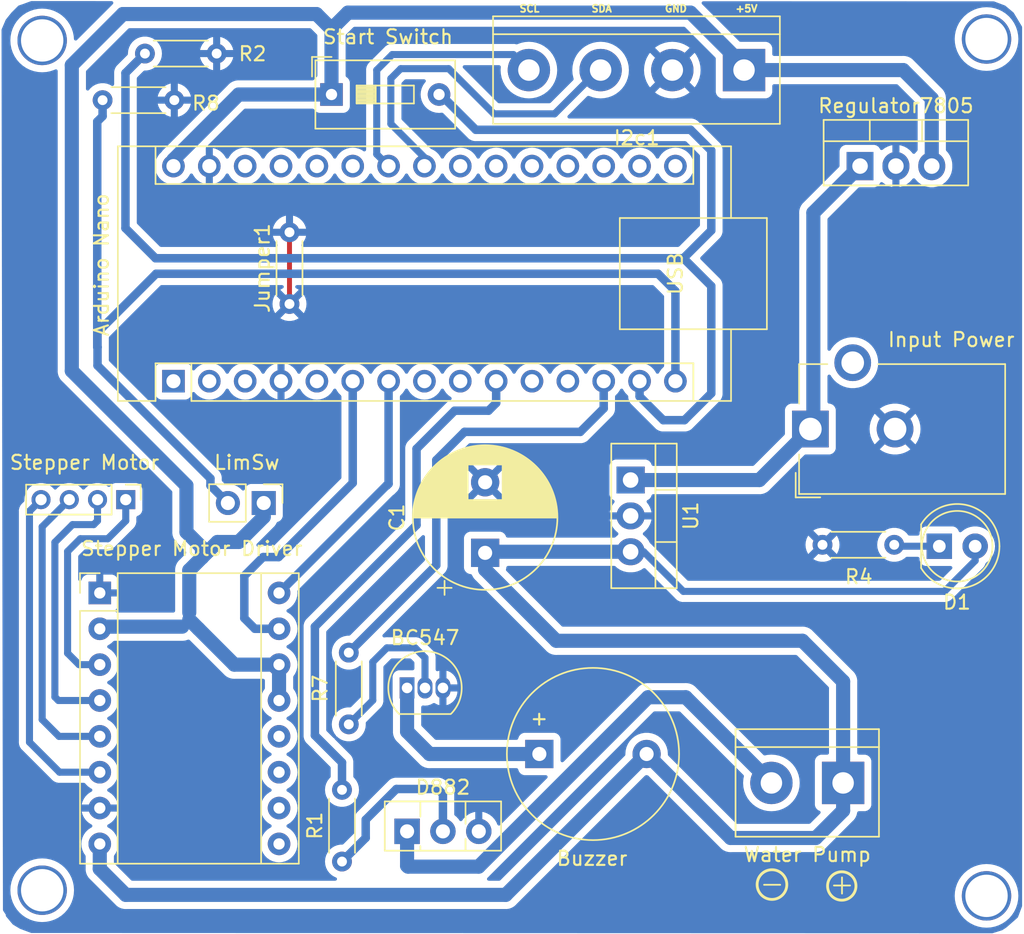
<source format=kicad_pcb>
(kicad_pcb (version 20240108) (generator "pcbnew") (generator_version "8.0")
  (layers (0 "F.Cu" signal) (31 "B.Cu" signal) (34 "B.Paste" user) (35 "F.Paste" user) (36 "B.SilkS" user "B.Silkscreen") (37 "F.SilkS" user "F.Silkscreen") (38 "B.Mask" user) (39 "F.Mask" user) (44 "Edge.Cuts" user))
  (net 0 "")
  (net 1 "Net-(BC547-C)")
  (net 2 "Net-(BC547-B)")
  (net 3 "GND")
  (net 4 "+12V")
  (net 5 "Net-(D1-K)")
  (net 6 "Net-(D882-C)")
  (net 7 "Net-(D882-B)")
  (net 8 "Vin")
  (net 10 "+5V")
  (net 11 "SDA")
  (net 12 "SCL")
  (net 13 "Net-(limitSW1-Pin_2)")
  (net 18 "D3")
  (net 19 "D4")
  (net 22 "D8")
  (net 25 "D10")
  (net 26 "Net-(nano1-MOSI)")
  (net 38 "Net-(stepper_motor1-Pin_1)")
  (net 39 "Net-(stepper_motor1-Pin_2)")
  (net 40 "Net-(stepper_motor1-Pin_3)")
  (net 41 "Net-(stepper_motor1-Pin_4)")
  (footprint "Buzzer_Beeper:Buzzer_12x9.5RM7.6" (layer "F.Cu") (at 146.72 122.45)
    (property "Reference" "Buzzer" (at 3.73 7.4 0) (layer "F.SilkS"))
    (property "Value" "Buzzer")
    (fp_text user "+" (at -0.01 -2.54 0) (layer "F.SilkS"))
    (pad "1" thru_hole rect (at 0 0) (size 2 2) (drill 1) (layers "*.Cu" "*.Mask") (net 1 "Net-(BC547-C)"))
    (pad "2" thru_hole circle (at 7.6 0) (size 2 2) (drill 1) (layers "*.Cu" "*.Mask") (net 4 "+12V"))
  )
  (footprint "Resistor_THT:R_Axial_DIN0204_L3.6mm_D1.6mm_P5.08mm_Horizontal" (layer "F.Cu") (at 166.78 107.63)
    (property "Reference" "R4" (at 2.57 2.27 0) (layer "F.SilkS"))
    (property "Value" "1k")
    (pad "1" thru_hole circle (at 0 0) (size 1.4 1.4) (drill 0.7) (layers "*.Cu" "*.Mask") (net 3 "GND"))
    (pad "2" thru_hole oval (at 5.08 0) (size 1.4 1.4) (drill 0.7) (layers "*.Cu" "*.Mask") (net 5 "Net-(D1-K)"))
  )
  (footprint "Connector_BarrelJack:BarrelJack_CUI_PJ-102AH_Horizontal" (layer "F.Cu") (at 165.92 99.43 90)
    (property "Reference" "Input Power" (at 6.33 9.98 0) (layer "F.SilkS"))
    (property "Value" "Barrel_Jack_Switch")
    (pad "1" thru_hole rect (at 0 0 90) (size 2.6 2.6) (drill 1.6) (layers "*.Cu" "*.Mask") (net 8 "Vin"))
    (pad "2" thru_hole circle (at 0 6 90) (size 2.6 2.6) (drill 1.6) (layers "*.Cu" "*.Mask") (net 3 "GND"))
    (pad "3" thru_hole circle (at 4.7 3 90) (size 2.6 2.6) (drill 1.6) (layers "*.Cu" "*.Mask"))
  )
  (footprint "Resistor_THT:R_Axial_DIN0204_L3.6mm_D1.6mm_P5.08mm_Horizontal" (layer "F.Cu") (at 115.78 76.13)
    (property "Reference" "R8" (at 7.32 0.22 0) (layer "F.SilkS"))
    (property "Value" "10k")
    (pad "1" thru_hole circle (at 0 0) (size 1.4 1.4) (drill 0.7) (layers "*.Cu" "*.Mask") (net 13 "Net-(limitSW1-Pin_2)"))
    (pad "2" thru_hole oval (at 5.08 0) (size 1.4 1.4) (drill 0.7) (layers "*.Cu" "*.Mask") (net 3 "GND"))
  )
  (footprint "Module:Pololu_Breakout-16_15.2x20.3mm" (layer "F.Cu") (at 115.58 111.04)
    (property "Reference" "Stepper Motor Driver" (at 6.52 -3.14 0) (layer "F.SilkS"))
    (property "Value" "Pololu_Breakout_A4988")
    (pad "1" thru_hole rect (at 0 0) (size 1.6 1.6) (drill 0.8) (layers "*.Cu" "*.Mask") (net 3 "GND"))
    (pad "2" thru_hole oval (at 0 2.54) (size 1.6 1.6) (drill 0.8) (layers "*.Cu" "*.Mask") (net 10 "+5V"))
    (pad "3" thru_hole oval (at 0 5.08) (size 1.6 1.6) (drill 0.8) (layers "*.Cu" "*.Mask") (net 38 "Net-(stepper_motor1-Pin_1)"))
    (pad "4" thru_hole oval (at 0 7.62) (size 1.6 1.6) (drill 0.8) (layers "*.Cu" "*.Mask") (net 39 "Net-(stepper_motor1-Pin_2)"))
    (pad "5" thru_hole oval (at 0 10.16) (size 1.6 1.6) (drill 0.8) (layers "*.Cu" "*.Mask") (net 40 "Net-(stepper_motor1-Pin_3)"))
    (pad "6" thru_hole oval (at 0 12.7) (size 1.6 1.6) (drill 0.8) (layers "*.Cu" "*.Mask") (net 41 "Net-(stepper_motor1-Pin_4)"))
    (pad "7" thru_hole oval (at 0 15.24) (size 1.6 1.6) (drill 0.8) (layers "*.Cu" "*.Mask") (net 3 "GND"))
    (pad "8" thru_hole oval (at 0 17.78) (size 1.6 1.6) (drill 0.8) (layers "*.Cu" "*.Mask") (net 4 "+12V"))
    (pad "9" thru_hole oval (at 12.7 17.78) (size 1.6 1.6) (drill 0.8) (layers "*.Cu" "*.Mask"))
    (pad "10" thru_hole oval (at 12.7 15.24) (size 1.6 1.6) (drill 0.8) (layers "*.Cu" "*.Mask"))
    (pad "11" thru_hole oval (at 12.7 12.7) (size 1.6 1.6) (drill 0.8) (layers "*.Cu" "*.Mask"))
    (pad "12" thru_hole oval (at 12.7 10.16) (size 1.6 1.6) (drill 0.8) (layers "*.Cu" "*.Mask"))
    (pad "13" thru_hole oval (at 12.7 7.62) (size 1.6 1.6) (drill 0.8) (layers "*.Cu" "*.Mask") (net 10 "+5V"))
    (pad "14" thru_hole oval (at 12.7 5.08) (size 1.6 1.6) (drill 0.8) (layers "*.Cu" "*.Mask") (net 10 "+5V"))
    (pad "15" thru_hole oval (at 12.7 2.54) (size 1.6 1.6) (drill 0.8) (layers "*.Cu" "*.Mask") (net 18 "D3"))
    (pad "16" thru_hole oval (at 12.7 0) (size 1.6 1.6) (drill 0.8) (layers "*.Cu" "*.Mask") (net 19 "D4"))
  )
  (footprint "Package_TO_SOT_THT:TO-220-3_Vertical" (layer "F.Cu") (at 153.185 103.0423 -90)
    (property "Reference" "U1" (at 2.54 -4.27 90) (layer "F.SilkS"))
    (property "Value" "LM7812_TO220")
    (pad "1" thru_hole rect (at 0 0 270) (size 1.905 2) (drill 1.1) (layers "*.Cu" "*.Mask") (net 8 "Vin"))
    (pad "2" thru_hole oval (at 2.54 0 270) (size 1.905 2) (drill 1.1) (layers "*.Cu" "*.Mask") (net 3 "GND"))
    (pad "3" thru_hole oval (at 5.08 0 270) (size 1.905 2) (drill 1.1) (layers "*.Cu" "*.Mask") (net 4 "+12V"))
  )
  (footprint "Capacitor_THT:CP_Radial_D10.0mm_P5.00mm" (layer "F.Cu") (at 142.88 108.2 90)
    (property "Reference" "C1" (at 2.5 -6.25 90) (layer "F.SilkS"))
    (property "Value" "100u")
    (pad "1" thru_hole rect (at 0 0 90) (size 2 2) (drill 1) (layers "*.Cu" "*.Mask") (net 4 "+12V"))
    (pad "2" thru_hole circle (at 5 0 90) (size 2 2) (drill 1) (layers "*.Cu" "*.Mask") (net 3 "GND"))
  )
  (footprint "Resistor_THT:R_Axial_DIN0204_L3.6mm_D1.6mm_P5.08mm_Horizontal" (layer "F.Cu") (at 133.22 115.27 -90)
    (property "Reference" "R7" (at 2.54 2.02 90) (layer "F.SilkS"))
    (property "Value" "1k")
    (pad "1" thru_hole circle (at 0 0 270) (size 1.4 1.4) (drill 0.7) (layers "*.Cu" "*.Mask") (net 25 "D10"))
    (pad "2" thru_hole oval (at 5.08 0 270) (size 1.4 1.4) (drill 0.7) (layers "*.Cu" "*.Mask") (net 2 "Net-(BC547-B)"))
  )
  (footprint "Button_Switch_THT:SW_DIP_SPSTx01_Slide_9.78x4.72mm_W7.62mm_P2.54mm" (layer "F.Cu") (at 131.995 75.73)
    (property "Reference" "Start Switch" (at 4.005 -4.08 0) (layer "F.SilkS"))
    (property "Value" "SW_DPST_x2")
    (pad "1" thru_hole rect (at 0 0) (size 1.6 1.6) (drill 0.8) (layers "*.Cu" "*.Mask") (net 10 "+5V"))
    (pad "2" thru_hole oval (at 7.62 0) (size 1.6 1.6) (drill 0.8) (layers "*.Cu" "*.Mask") (net 26 "Net-(nano1-MOSI)"))
  )
  (footprint "Package_TO_SOT_THT:TO-220-3_Vertical" (layer "F.Cu") (at 169.44 80.8)
    (property "Reference" "Regulator7805" (at 2.54 -4.27 0) (layer "F.SilkS"))
    (property "Value" "LM7805_TO220")
    (pad "1" thru_hole rect (at 0 0) (size 1.905 2) (drill 1.1) (layers "*.Cu" "*.Mask") (net 8 "Vin"))
    (pad "2" thru_hole oval (at 2.54 0) (size 1.905 2) (drill 1.1) (layers "*.Cu" "*.Mask") (net 3 "GND"))
    (pad "3" thru_hole oval (at 5.08 0) (size 1.905 2) (drill 1.1) (layers "*.Cu" "*.Mask") (net 10 "+5V"))
  )
  (footprint "Package_TO_SOT_THT:TO-92_Inline" (layer "F.Cu") (at 137.35 117.77)
    (property "Reference" "BC547" (at 1.27 -3.56 0) (layer "F.SilkS"))
    (property "Value" "BC547")
    (pad "1" thru_hole rect (at 0 0) (size 1.05 1.5) (drill 0.75) (layers "*.Cu" "*.Mask") (net 1 "Net-(BC547-C)"))
    (pad "2" thru_hole oval (at 1.27 0) (size 1.05 1.5) (drill 0.75) (layers "*.Cu" "*.Mask") (net 2 "Net-(BC547-B)"))
    (pad "3" thru_hole oval (at 2.54 0) (size 1.05 1.5) (drill 0.75) (layers "*.Cu" "*.Mask") (net 3 "GND"))
  )
  (footprint "Connector_PinHeader_2.00mm:PinHeader_1x04_P2.00mm_Vertical" (layer "F.Cu") (at 117.42 104.43 -90)
    (property "Reference" "Stepper Motor" (at -2.63 2.92 180) (layer "F.SilkS"))
    (property "Value" "Screw_Terminal_01x04")
    (pad "1" thru_hole rect (at 0 0 270) (size 1.35 1.35) (drill 0.8) (layers "*.Cu" "*.Mask") (net 38 "Net-(stepper_motor1-Pin_1)"))
    (pad "2" thru_hole oval (at 0 2 270) (size 1.35 1.35) (drill 0.8) (layers "*.Cu" "*.Mask") (net 39 "Net-(stepper_motor1-Pin_2)"))
    (pad "3" thru_hole oval (at 0 4 270) (size 1.35 1.35) (drill 0.8) (layers "*.Cu" "*.Mask") (net 40 "Net-(stepper_motor1-Pin_3)"))
    (pad "4" thru_hole oval (at 0 6 270) (size 1.35 1.35) (drill 0.8) (layers "*.Cu" "*.Mask") (net 41 "Net-(stepper_motor1-Pin_4)"))
  )
  (footprint "Resistor_THT:R_Axial_DIN0204_L3.6mm_D1.6mm_P5.08mm_Horizontal" (layer "F.Cu") (at 132.74 130.07 90)
    (property "Reference" "R1" (at 2.54 -1.92 90) (layer "F.SilkS"))
    (property "Value" "1k")
    (pad "1" thru_hole circle (at 0 0 90) (size 1.4 1.4) (drill 0.7) (layers "*.Cu" "*.Mask") (net 7 "Net-(D882-B)"))
    (pad "2" thru_hole oval (at 5.08 0 90) (size 1.4 1.4) (drill 0.7) (layers "*.Cu" "*.Mask") (net 22 "D8"))
  )
  (footprint "LED_THT:LED_D5.0mm" (layer "F.Cu") (at 175.055 107.73)
    (property "Reference" "D1" (at 1.245 3.97 0) (layer "F.SilkS"))
    (property "Value" "LED")
    (pad "1" thru_hole rect (at 0 0) (size 1.8 1.8) (drill 0.9) (layers "*.Cu" "*.Mask") (net 5 "Net-(D1-K)"))
    (pad "2" thru_hole circle (at 2.54 0) (size 1.8 1.8) (drill 0.9) (layers "*.Cu" "*.Mask") (net 4 "+12V"))
  )
  (footprint "TerminalBlock:TerminalBlock_bornier-2_P5.08mm" (layer "F.Cu") (at 168.24 124.5 180)
    (property "Reference" "Water Pump" (at 2.54 -5.08 180) (layer "F.SilkS"))
    (property "Value" "Screw_Terminal_01x02")
    (pad "1" thru_hole rect (at 0 0 180) (size 3 3) (drill 1.52) (layers "*.Cu" "*.Mask") (net 4 "+12V"))
    (pad "2" thru_hole circle (at 5.08 0 180) (size 3 3) (drill 1.52) (layers "*.Cu" "*.Mask") (net 6 "Net-(D882-C)"))
  )
  (footprint "Module:Arduino_Nano" (layer "F.Cu") (at 120.8 96.04 90)
    (property "Reference" "Arduino Nano" (at 8.24 -5.1 90) (layer "F.SilkS"))
    (property "Value" "Arduino_Nano_Every")
    (fp_text user "USB" (at 7.62 35.56 90) (layer "F.SilkS"))
    (pad "1" thru_hole rect (at 0 0 90) (size 1.6 1.6) (drill 1) (layers "*.Cu" "*.Mask"))
    (pad "2" thru_hole oval (at 0 2.54 90) (size 1.6 1.6) (drill 1) (layers "*.Cu" "*.Mask"))
    (pad "3" thru_hole oval (at 0 5.08 90) (size 1.6 1.6) (drill 1) (layers "*.Cu" "*.Mask"))
    (pad "4" thru_hole oval (at 0 7.62 90) (size 1.6 1.6) (drill 1) (layers "*.Cu" "*.Mask") (net 3 "GND"))
    (pad "5" thru_hole oval (at 0 10.16 90) (size 1.6 1.6) (drill 1) (layers "*.Cu" "*.Mask"))
    (pad "6" thru_hole oval (at 0 12.7 90) (size 1.6 1.6) (drill 1) (layers "*.Cu" "*.Mask") (net 18 "D3"))
    (pad "7" thru_hole oval (at 0 15.24 90) (size 1.6 1.6) (drill 1) (layers "*.Cu" "*.Mask") (net 19 "D4"))
    (pad "8" thru_hole oval (at 0 17.78 90) (size 1.6 1.6) (drill 1) (layers "*.Cu" "*.Mask"))
    (pad "9" thru_hole oval (at 0 20.32 90) (size 1.6 1.6) (drill 1) (layers "*.Cu" "*.Mask"))
    (pad "10" thru_hole oval (at 0 22.86 90) (size 1.6 1.6) (drill 1) (layers "*.Cu" "*.Mask") (net 22 "D8"))
    (pad "11" thru_hole oval (at 0 25.4 90) (size 1.6 1.6) (drill 1) (layers "*.Cu" "*.Mask"))
    (pad "12" thru_hole oval (at 0 27.94 90) (size 1.6 1.6) (drill 1) (layers "*.Cu" "*.Mask"))
    (pad "13" thru_hole oval (at 0 30.48 90) (size 1.6 1.6) (drill 1) (layers "*.Cu" "*.Mask") (net 25 "D10"))
    (pad "14" thru_hole oval (at 0 33.02 90) (size 1.6 1.6) (drill 1) (layers "*.Cu" "*.Mask") (net 26 "Net-(nano1-MOSI)"))
    (pad "15" thru_hole oval (at 0 35.56 90) (size 1.6 1.6) (drill 1) (layers "*.Cu" "*.Mask") (net 13 "Net-(limitSW1-Pin_2)"))
    (pad "16" thru_hole oval (at 15.24 35.56 90) (size 1.6 1.6) (drill 1) (layers "*.Cu" "*.Mask"))
    (pad "17" thru_hole oval (at 15.24 33.02 90) (size 1.6 1.6) (drill 1) (layers "*.Cu" "*.Mask"))
    (pad "18" thru_hole oval (at 15.24 30.48 90) (size 1.6 1.6) (drill 1) (layers "*.Cu" "*.Mask"))
    (pad "19" thru_hole oval (at 15.24 27.94 90) (size 1.6 1.6) (drill 1) (layers "*.Cu" "*.Mask"))
    (pad "20" thru_hole oval (at 15.24 25.4 90) (size 1.6 1.6) (drill 1) (layers "*.Cu" "*.Mask"))
    (pad "21" thru_hole oval (at 15.24 22.86 90) (size 1.6 1.6) (drill 1) (layers "*.Cu" "*.Mask"))
    (pad "22" thru_hole oval (at 15.24 20.32 90) (size 1.6 1.6) (drill 1) (layers "*.Cu" "*.Mask"))
    (pad "23" thru_hole oval (at 15.24 17.78 90) (size 1.6 1.6) (drill 1) (layers "*.Cu" "*.Mask") (net 11 "SDA"))
    (pad "24" thru_hole oval (at 15.24 15.24 90) (size 1.6 1.6) (drill 1) (layers "*.Cu" "*.Mask") (net 12 "SCL"))
    (pad "25" thru_hole oval (at 15.24 12.7 90) (size 1.6 1.6) (drill 1) (layers "*.Cu" "*.Mask"))
    (pad "26" thru_hole oval (at 15.24 10.16 90) (size 1.6 1.6) (drill 1) (layers "*.Cu" "*.Mask"))
    (pad "27" thru_hole oval (at 15.24 7.62 90) (size 1.6 1.6) (drill 1) (layers "*.Cu" "*.Mask"))
    (pad "28" thru_hole oval (at 15.24 5.08 90) (size 1.6 1.6) (drill 1) (layers "*.Cu" "*.Mask"))
    (pad "29" thru_hole oval (at 15.24 2.54 90) (size 1.6 1.6) (drill 1) (layers "*.Cu" "*.Mask") (net 3 "GND"))
    (pad "30" thru_hole oval (at 15.24 0 90) (size 1.6 1.6) (drill 1) (layers "*.Cu" "*.Mask") (net 10 "+5V"))
  )
  (footprint "Resistor_THT:R_Axial_DIN0204_L3.6mm_D1.6mm_P5.08mm_Horizontal" (layer "F.Cu") (at 118.78 72.83)
    (property "Reference" "R2" (at 7.62 0.02 0) (layer "F.SilkS"))
    (property "Value" "10k")
    (pad "1" thru_hole circle (at 0 0) (size 1.4 1.4) (drill 0.7) (layers "*.Cu" "*.Mask") (net 26 "Net-(nano1-MOSI)"))
    (pad "2" thru_hole oval (at 5.08 0) (size 1.4 1.4) (drill 0.7) (layers "*.Cu" "*.Mask") (net 3 "GND"))
  )
  (footprint "Resistor_THT:R_Axial_DIN0204_L3.6mm_D1.6mm_P5.08mm_Horizontal" (layer "F.Cu") (at 129.02 90.57 90)
    (property "Reference" "Jumper1" (at 2.54 -1.92 90) (layer "F.SilkS"))
    (property "Value" "R")
    (pad "1" thru_hole circle (at 0 0 90) (size 1.4 1.4) (drill 0.7) (layers "*.Cu" "*.Mask") (net 3 "GND"))
    (pad "2" thru_hole oval (at 5.08 0 90) (size 1.4 1.4) (drill 0.7) (layers "*.Cu" "*.Mask") (net 3 "GND"))
  )
  (footprint "TerminalBlock:TerminalBlock_bornier-4_P5.08mm" (layer "F.Cu") (at 161.22 74 180)
    (property "Reference" "I2c1" (at 7.6 -4.8 180) (layer "F.SilkS"))
    (property "Value" "Screw_Terminal_01x04")
    (pad "1" thru_hole rect (at 0 0 180) (size 3 3) (drill 1.52) (layers "*.Cu" "*.Mask") (net 10 "+5V"))
    (pad "2" thru_hole circle (at 5.08 0 180) (size 3 3) (drill 1.52) (layers "*.Cu" "*.Mask") (net 3 "GND"))
    (pad "3" thru_hole circle (at 10.16 0 180) (size 3 3) (drill 1.52) (layers "*.Cu" "*.Mask") (net 11 "SDA"))
    (pad "4" thru_hole circle (at 15.24 0 180) (size 3 3) (drill 1.52) (layers "*.Cu" "*.Mask") (net 12 "SCL"))
  )
  (footprint "Package_TO_SOT_THT:TO-126-3_Vertical" (layer "F.Cu") (at 137.35 127.93)
    (property "Reference" "D882" (at 2.54 -3.12 0) (layer "F.SilkS"))
    (property "Value" "BC547")
    (pad "1" thru_hole rect (at 0 0) (size 1.8 1.8) (drill 1) (layers "*.Cu" "*.Mask") (net 6 "Net-(D882-C)"))
    (pad "2" thru_hole oval (at 2.54 0) (size 1.8 1.8) (drill 1) (layers "*.Cu" "*.Mask") (net 7 "Net-(D882-B)"))
    (pad "3" thru_hole oval (at 5.08 0) (size 1.8 1.8) (drill 1) (layers "*.Cu" "*.Mask") (net 3 "GND"))
  )
  (footprint "Connector_PinHeader_2.54mm:PinHeader_1x02_P2.54mm_Vertical" (layer "F.Cu") (at 127.195 104.67 -90)
    (property "Reference" "LimSw" (at -2.87 1.195 180) (layer "F.SilkS"))
    (property "Value" "Screw_Terminal_01x02")
    (pad "1" thru_hole rect (at 0 0 270) (size 1.7 1.7) (drill 1) (layers "*.Cu" "*.Mask") (net 10 "+5V"))
    (pad "2" thru_hole oval (at 0 2.54 270) (size 1.7 1.7) (drill 1) (layers "*.Cu" "*.Mask") (net 13 "Net-(limitSW1-Pin_2)"))
  )
  (gr_circle (center 168.143769 131.8) (end 169.15 131.8) (stroke (width 0.2)) (fill none) (layer "F.SilkS"))
  (gr_circle (center 163.2 131.7) (end 164.25119 131.7) (stroke (width 0.2)) (fill none) (layer "F.SilkS"))
  (gr_text "SCL" (at 145.25 69.65 0) (layer "F.SilkS") (effects (font (size 0.5 0.5) (thickness 0.125) (bold yes)) (justify left)))
  (gr_text "GND" (at 155.55 69.65 0) (layer "F.SilkS") (effects (font (size 0.5 0.5) (thickness 0.125) (bold yes)) (justify left)))
  (gr_text "SDA" (at 150.35 69.65 0) (layer "F.SilkS") (effects (font (size 0.5 0.5) (thickness 0.125) (bold yes)) (justify left)))
  (gr_text "-\n" (at 162.2 131.6 0) (layer "F.SilkS") (effects (font (size 1.5 1.5) (thickness 0.125) (bold yes)) (justify left)))
  (gr_text "+\n" (at 167.15 131.65 0) (layer "F.SilkS") (effects (font (size 1.5 1.5) (thickness 0.125) (bold yes)) (justify left)))
  (gr_text "+5V" (at 160.55 69.65 0) (layer "F.SilkS") (effects (font (size 0.5 0.5) (thickness 0.125) (bold yes)) (justify left)))
  (via (at 111.5 71.9) (size 3.5) (drill 3) (layers "F.Cu" "B.Cu") (net 0))
  (via (at 178.4 71.8) (size 3.5) (drill 3) (layers "F.Cu" "B.Cu") (net 0))
  (via (at 178.4 132.5) (size 3.5) (drill 3) (layers "F.Cu" "B.Cu") (net 0))
  (via (at 111.5 132.1) (size 3.5) (drill 3) (layers "F.Cu" "B.Cu") (net 0))
  (segment (start 146.72 122.45) (end 138.94 122.45) (width 1) (layer "B.Cu") (net 1))
  (segment (start 137.35 120.86) (end 137.35 117.77) (width 1) (layer "B.Cu") (net 1))
  (segment (start 138.94 122.45) (end 137.35 120.86) (width 1) (layer "B.Cu") (net 1))
  (segment (start 137.92 114.93) (end 135.92 114.93) (width 0.5) (layer "B.Cu") (net 2))
  (segment (start 138.62 115.63) (end 137.92 114.93) (width 0.5) (layer "B.Cu") (net 2))
  (segment (start 135.92 114.93) (end 134.92 115.93) (width 0.5) (layer "B.Cu") (net 2))
  (segment (start 138.62 117.77) (end 138.62 115.63) (width 0.5) (layer "B.Cu") (net 2))
  (segment (start 134.92 115.93) (end 134.92 118.65) (width 0.5) (layer "B.Cu") (net 2))
  (segment (start 134.92 118.65) (end 133.22 120.35) (width 0.5) (layer "B.Cu") (net 2))
  (segment (start 129.02 90.57) (end 129.02 85.49) (width 0.35) (layer "F.Cu") (net 3))
  (segment (start 168.24 126.46) (end 166.3 128.4) (width 1) (layer "B.Cu") (net 4))
  (segment (start 160.27 128.4) (end 154.32 122.45) (width 1) (layer "B.Cu") (net 4))
  (segment (start 165.36 114.43) (end 168.24 117.31) (width 1) (layer "B.Cu") (net 4))
  (segment (start 144.34 132.43) (end 117.42 132.43) (width 1) (layer "B.Cu") (net 4))
  (segment (start 142.88 108.2) (end 142.88 109.39) (width 1) (layer "B.Cu") (net 4))
  (segment (start 166.3 128.4) (end 160.27 128.4) (width 1) (layer "B.Cu") (net 4))
  (segment (start 147.92 114.43) (end 165.36 114.43) (width 1) (layer "B.Cu") (net 4))
  (segment (start 154.32 122.45) (end 144.34 132.43) (width 1) (layer "B.Cu") (net 4))
  (segment (start 177.595 107.73) (end 177.595 108.755) (width 0.5) (layer "B.Cu") (net 4))
  (segment (start 168.24 117.31) (end 168.24 126.46) (width 1) (layer "B.Cu") (net 4))
  (segment (start 156.92 110.93) (end 154.1123 108.1223) (width 0.5) (layer "B.Cu") (net 4))
  (segment (start 175.42 110.93) (end 156.92 110.93) (width 0.5) (layer "B.Cu") (net 4))
  (segment (start 117.42 132.43) (end 115.58 130.59) (width 1) (layer "B.Cu") (net 4))
  (segment (start 154.1123 108.1223) (end 153.185 108.1223) (width 0.5) (layer "B.Cu") (net 4))
  (segment (start 177.595 108.755) (end 175.42 110.93) (width 0.5) (layer "B.Cu") (net 4))
  (segment (start 153.185 108.1223) (end 142.9577 108.1223) (width 1) (layer "B.Cu") (net 4))
  (segment (start 142.88 109.39) (end 147.92 114.43) (width 1) (layer "B.Cu") (net 4))
  (segment (start 115.58 130.59) (end 115.58 128.82) (width 1) (layer "B.Cu") (net 4))
  (segment (start 142.9577 108.1223) (end 142.88 108.2) (width 0.35) (layer "B.Cu") (net 4))
  (segment (start 171.96 107.73) (end 175.055 107.73) (width 0.5) (layer "B.Cu") (net 5))
  (segment (start 171.86 107.63) (end 171.96 107.73) (width 0.5) (layer "B.Cu") (net 5))
  (segment (start 137.35 130.36) (end 137.35 127.93) (width 1) (layer "B.Cu") (net 6))
  (segment (start 154.42 118.43) (end 142.42 130.43) (width 1) (layer "B.Cu") (net 6))
  (segment (start 142.42 130.43) (end 137.42 130.43) (width 1) (layer "B.Cu") (net 6))
  (segment (start 157.09 118.43) (end 154.42 118.43) (width 1) (layer "B.Cu") (net 6))
  (segment (start 163.16 124.5) (end 157.09 118.43) (width 1) (layer "B.Cu") (net 6))
  (segment (start 137.42 130.43) (end 137.35 130.36) (width 1) (layer "B.Cu") (net 6))
  (segment (start 136.595 124.93) (end 134.42 127.105) (width 0.6) (layer "B.Cu") (net 7))
  (segment (start 134.42 127.105) (end 134.42 128.39) (width 0.6) (layer "B.Cu") (net 7))
  (segment (start 139.89 127.93) (end 139.89 125.29) (width 0.6) (layer "B.Cu") (net 7))
  (segment (start 139.53 124.93) (end 136.595 124.93) (width 0.6) (layer "B.Cu") (net 7))
  (segment (start 139.89 125.29) (end 139.53 124.93) (width 0.6) (layer "B.Cu") (net 7))
  (segment (start 134.42 128.39) (end 132.74 130.07) (width 0.6) (layer "B.Cu") (net 7))
  (segment (start 166.13 84.11) (end 166.13 99.22) (width 1) (layer "B.Cu") (net 8))
  (segment (start 162.3077 103.0423) (end 153.185 103.0423) (width 1) (layer "B.Cu") (net 8))
  (segment (start 169.44 80.8) (end 166.13 84.11) (width 1) (layer "B.Cu") (net 8))
  (segment (start 166.13 99.22) (end 162.3077 103.0423) (width 1) (layer "B.Cu") (net 8))
  (segment (start 130.93 70.03) (end 117.22 70.03) (width 1) (layer "B.Cu") (net 10))
  (segment (start 121.92 112.93) (end 122.57 113.58) (width 1) (layer "B.Cu") (net 10))
  (segment (start 174.52 76.02) (end 172.5 74) (width 1) (layer "B.Cu") (net 10))
  (segment (start 172.5 74) (end 161.5 74) (width 1) (layer "B.Cu") (net 10))
  (segment (start 125.42 75.73) (end 120.8 80.35) (width 1) (layer "B.Cu") (net 10))
  (segment (start 122.82 107.83) (end 122.82 108.53) (width 1) (layer "B.Cu") (net 10))
  (segment (start 113.6 95.31) (end 121.72 103.43) (width 1) (layer "B.Cu") (net 10))
  (segment (start 131.995 75.73) (end 125.42 75.73) (width 1) (layer "B.Cu") (net 10))
  (segment (start 121.42 113.43) (end 121.92 112.93) (width 0.5) (layer "B.Cu") (net 10))
  (segment (start 121.72 106.73) (end 122.82 107.83) (width 1) (layer "B.Cu") (net 10))
  (segment (start 123.92 107.43) (end 125.42 107.43) (width 1) (layer "B.Cu") (net 10))
  (segment (start 133.16 69.93) (end 131.995 71.095) (width 1) (layer "B.Cu") (net 10))
  (segment (start 120.8 80.35) (end 120.8 80.8) (width 1) (layer "B.Cu") (net 10))
  (segment (start 122.82 108.53) (end 123.92 107.43) (width 1) (layer "B.Cu") (net 10))
  (segment (start 121.92 109.43) (end 122.82 108.53) (width 1) (layer "B.Cu") (net 10))
  (segment (start 131.995 75.73) (end 131.995 71.095) (width 1) (layer "B.Cu") (net 10))
  (segment (start 125.11 116.12) (end 128.28 116.12) (width 1) (layer "B.Cu") (net 10))
  (segment (start 117.22 70.03) (end 113.6 73.65) (width 1) (layer "B.Cu") (net 10))
  (segment (start 125.42 107.43) (end 127.195 105.655) (width 1) (layer "B.Cu") (net 10))
  (segment (start 174.52 80.8) (end 174.52 76.02) (width 1) (layer "B.Cu") (net 10))
  (segment (start 157.43 69.93) (end 133.16 69.93) (width 1) (layer "B.Cu") (net 10))
  (segment (start 121.92 112.93) (end 121.92 112.43) (width 0.5) (layer "B.Cu") (net 10))
  (segment (start 121.92 112.43) (end 121.92 109.43) (width 1) (layer "B.Cu") (net 10))
  (segment (start 122.57 113.58) (end 125.11 116.12) (width 1) (layer "B.Cu") (net 10))
  (segment (start 161.5 74) (end 157.43 69.93) (width 1) (layer "B.Cu") (net 10))
  (segment (start 127.195 105.655) (end 127.195 104.67) (width 1) (layer "B.Cu") (net 10))
  (segment (start 115.58 113.58) (end 115.73 113.43) (width 0.5) (layer "B.Cu") (net 10))
  (segment (start 121.72 103.43) (end 121.72 106.73) (width 1) (layer "B.Cu") (net 10))
  (segment (start 113.6 73.65) (end 113.6 95.31) (width 1) (layer "B.Cu") (net 10))
  (segment (start 131.995 71.095) (end 130.93 70.03) (width 1) (layer "B.Cu") (net 10))
  (segment (start 128.28 116.12) (end 128.28 118.66) (width 1) (layer "B.Cu") (net 10))
  (segment (start 115.73 113.43) (end 121.42 113.43) (width 1) (layer "B.Cu") (net 10))
  (segment (start 147.8 77.1) (end 143.5 77.1) (width 0.5) (layer "B.Cu") (net 11))
  (segment (start 150.9 74) (end 147.8 77.1) (width 0.5) (layer "B.Cu") (net 11))
  (segment (start 138.58 80.19) (end 138.58 80.8) (width 0.5) (layer "B.Cu") (net 11))
  (segment (start 143.5 77.1) (end 140.3 73.9) (width 0.5) (layer "B.Cu") (net 11))
  (segment (start 136.9 73.9) (end 136.2 74.6) (width 0.5) (layer "B.Cu") (net 11))
  (segment (start 151.06 74) (end 150.9 74) (width 0.5) (layer "B.Cu") (net 11))
  (segment (start 136.2 74.6) (end 136.2 77.81) (width 0.5) (layer "B.Cu") (net 11))
  (segment (start 140.3 73.9) (end 136.9 73.9) (width 0.5) (layer "B.Cu") (net 11))
  (segment (start 136.2 77.81) (end 138.58 80.19) (width 0.5) (layer "B.Cu") (net 11))
  (segment (start 136.3 72.9) (end 135.2 74) (width 0.5) (layer "B.Cu") (net 12))
  (segment (start 146.07 74.53) (end 146.07 74.09) (width 0.5) (layer "B.Cu") (net 12))
  (segment (start 144.88 72.9) (end 136.3 72.9) (width 0.5) (layer "B.Cu") (net 12))
  (segment (start 146.07 74.09) (end 144.88 72.9) (width 0.5) (layer "B.Cu") (net 12))
  (segment (start 135.2 79.96) (end 136.04 80.8) (width 0.5) (layer "B.Cu") (net 12))
  (segment (start 135.2 74) (end 135.2 79.96) (width 0.5) (layer "B.Cu") (net 12))
  (segment (start 124.655 104.67) (end 123.42 103.435) (width 0.6) (layer "B.Cu") (net 13))
  (segment (start 155.13 88.43) (end 119.57 88.43) (width 0.6) (layer "B.Cu") (net 13))
  (segment (start 115.42 93.63) (end 115.4 93.61) (width 0.6) (layer "B.Cu") (net 13))
  (segment (start 123.42 102.93) (end 115.42 94.93) (width 0.6) (layer "B.Cu") (net 13))
  (segment (start 156.36 89.66) (end 155.13 88.43) (width 0.6) (layer "B.Cu") (net 13))
  (segment (start 115.4 93.61) (end 115.4 77.65) (width 0.6) (layer "B.Cu") (net 13))
  (segment (start 115.78 77.27) (end 115.78 76.13) (width 0.6) (layer "B.Cu") (net 13))
  (segment (start 115.4 77.65) (end 115.78 77.27) (width 0.6) (layer "B.Cu") (net 13))
  (segment (start 156.36 96.04) (end 156.36 89.66) (width 0.6) (layer "B.Cu") (net 13))
  (segment (start 115.42 92.58) (end 115.42 93.63) (width 0.6) (layer "B.Cu") (net 13))
  (segment (start 115.42 94.93) (end 115.42 93.63) (width 0.6) (layer "B.Cu") (net 13))
  (segment (start 123.42 103.435) (end 123.42 102.93) (width 0.6) (layer "B.Cu") (net 13))
  (segment (start 119.57 88.43) (end 115.42 92.58) (width 0.6) (layer "B.Cu") (net 13))
  (segment (start 128.25 108.5) (end 133.5 103.25) (width 0.6) (layer "B.Cu") (net 18))
  (segment (start 125.82 112.83) (end 125.82 109.83) (width 0.6) (layer "B.Cu") (net 18))
  (segment (start 125.82 109.83) (end 127.15 108.5) (width 0.6) (layer "B.Cu") (net 18))
  (segment (start 128.28 113.58) (end 126.57 113.58) (width 0.6) (layer "B.Cu") (net 18))
  (segment (start 133.5 103.25) (end 133.5 96.04) (width 0.6) (layer "B.Cu") (net 18))
  (segment (start 127.15 108.5) (end 128.25 108.5) (width 0.6) (layer "B.Cu") (net 18))
  (segment (start 126.57 113.58) (end 125.82 112.83) (width 0.6) (layer "B.Cu") (net 18))
  (segment (start 135.92 103.43) (end 136.04 103.31) (width 0.6) (layer "B.Cu") (net 19))
  (segment (start 128.28 111.04) (end 135.89 103.43) (width 0.6) (layer "B.Cu") (net 19))
  (segment (start 136.04 103.31) (end 136.04 96.04) (width 0.6) (layer "B.Cu") (net 19))
  (segment (start 135.89 103.43) (end 135.92 103.43) (width 0.6) (layer "B.Cu") (net 19))
  (segment (start 130.82 121.13) (end 130.82 113.43) (width 0.6) (layer "B.Cu") (net 22))
  (segment (start 143.12 98.13) (end 143.66 97.59) (width 0.6) (layer "B.Cu") (net 22))
  (segment (start 132.74 124.99) (end 132.74 123.05) (width 0.6) (layer "B.Cu") (net 22))
  (segment (start 130.82 113.43) (end 138.02 106.23) (width 0.6) (layer "B.Cu") (net 22))
  (segment (start 143.66 97.59) (end 143.66 96.04) (width 0.6) (layer "B.Cu") (net 22))
  (segment (start 138.02 100.83) (end 140.72 98.13) (width 0.6) (layer "B.Cu") (net 22))
  (segment (start 138.02 106.23) (end 138.02 100.83) (width 0.6) (layer "B.Cu") (net 22))
  (segment (start 132.74 123.05) (end 130.82 121.13) (width 0.6) (layer "B.Cu") (net 22))
  (segment (start 140.72 98.13) (end 143.12 98.13) (width 0.6) (layer "B.Cu") (net 22))
  (segment (start 139.42 101.63) (end 141.42 99.63) (width 0.6) (layer "B.Cu") (net 25))
  (segment (start 151.28 97.97) (end 151.28 96.04) (width 0.6) (layer "B.Cu") (net 25))
  (segment (start 133.22 115.27) (end 139.42 109.07) (width 0.6) (layer "B.Cu") (net 25))
  (segment (start 149.62 99.63) (end 151.28 97.97) (width 0.6) (layer "B.Cu") (net 25))
  (segment (start 141.42 99.63) (end 149.62 99.63) (width 0.6) (layer "B.Cu") (net 25))
  (segment (start 139.42 109.07) (end 139.42 101.63) (width 0.6) (layer "B.Cu") (net 25))
  (segment (start 117.4 74.21) (end 117.4 85.2) (width 0.6) (layer "B.Cu") (net 26))
  (segment (start 155.5 98.8) (end 153.82 97.12) (width 0.6) (layer "B.Cu") (net 26))
  (segment (start 156.93 87.33) (end 158.9 85.36) (width 0.6) (layer "B.Cu") (net 26))
  (segment (start 142.22 78.23) (end 139.615 75.625) (width 0.6) (layer "B.Cu") (net 26))
  (segment (start 157.43 78.23) (end 142.22 78.23) (width 0.6) (layer "B.Cu") (net 26))
  (segment (start 158.9 96.9) (end 157 98.8) (width 0.6) (layer "B.Cu") (net 26))
  (segment (start 118.78 72.83) (end 117.4 74.21) (width 0.6) (layer "B.Cu") (net 26))
  (segment (start 157 98.8) (end 155.5 98.8) (width 0.6) (layer "B.Cu") (net 26))
  (segment (start 156.93 87.33) (end 158.9 89.3) (width 0.6) (layer "B.Cu") (net 26))
  (segment (start 158.9 85.36) (end 158.9 79.7) (width 0.6) (layer "B.Cu") (net 26))
  (segment (start 158.9 89.3) (end 158.9 96.9) (width 0.6) (layer "B.Cu") (net 26))
  (segment (start 158.9 79.7) (end 157.43 78.23) (width 0.6) (layer "B.Cu") (net 26))
  (segment (start 153.82 97.12) (end 153.82 96.04) (width 0.6) (layer "B.Cu") (net 26))
  (segment (start 119.53 87.33) (end 156.93 87.33) (width 0.6) (layer "B.Cu") (net 26))
  (segment (start 117.4 85.2) (end 119.53 87.33) (width 0.6) (layer "B.Cu") (net 26))
  (segment (start 116.15 107.2) (end 114.2 107.2) (width 0.5) (layer "B.Cu") (net 38))
  (segment (start 117.42 105.93) (end 116.15 107.2) (width 0.5) (layer "B.Cu") (net 38))
  (segment (start 117.42 104.43) (end 117.42 105.93) (width 0.5) (layer "B.Cu") (net 38))
  (segment (start 113.3 115.31) (end 114.11 116.12) (width 0.5) (layer "B.Cu") (net 38))
  (segment (start 114.2 107.2) (end 113.3 108.1) (width 0.5) (layer "B.Cu") (net 38))
  (segment (start 113.3 108.1) (end 113.3 115.31) (width 0.5) (layer "B.Cu") (net 38))
  (segment (start 114.11 116.12) (end 115.58 116.12) (width 0.5) (layer "B.Cu") (net 38))
  (segment (start 113.65 106.2) (end 112.4 107.45) (width 0.5) (layer "B.Cu") (net 39))
  (segment (start 115.15 106.2) (end 113.65 106.2) (width 0.5) (layer "B.Cu") (net 39))
  (segment (start 115.42 105.93) (end 115.15 106.2) (width 0.5) (layer "B.Cu") (net 39))
  (segment (start 112.4 107.45) (end 112.4 118.41) (width 0.5) (layer "B.Cu") (net 39))
  (segment (start 112.65 118.66) (end 115.58 118.66) (width 0.5) (layer "B.Cu") (net 39))
  (segment (start 112.4 118.41) (end 112.65 118.66) (width 0.5) (layer "B.Cu") (net 39))
  (segment (start 115.42 104.43) (end 115.42 105.93) (width 0.5) (layer "B.Cu") (net 39))
  (segment (start 111.5 106.35) (end 113.42 104.43) (width 0.5) (layer "B.Cu") (net 40))
  (segment (start 112.69 121.2) (end 111.5 120.01) (width 0.5) (layer "B.Cu") (net 40))
  (segment (start 115.58 121.2) (end 112.69 121.2) (width 0.5) (layer "B.Cu") (net 40))
  (segment (start 111.5 120.01) (end 111.5 106.35) (width 0.5) (layer "B.Cu") (net 40))
  (segment (start 111.42 104.43) (end 110.6 105.25) (width 0.5) (layer "B.Cu") (net 41))
  (segment (start 112.73 123.74) (end 115.58 123.74) (width 0.5) (layer "B.Cu") (net 41))
  (segment (start 110.6 105.25) (end 110.6 121.61) (width 0.5) (layer "B.Cu") (net 41))
  (segment (start 110.6 121.61) (end 112.73 123.74) (width 0.5) (layer "B.Cu") (net 41))
  (zone (net 3) (net_name "GND") (layer "B.Cu") (connect_pads (clearance 0.5)) (min_thickness 0.25) (fill yes (thermal_gap 0.5) (thermal_bridge_width 0.5))
    (polygon (pts (xy 108.92 133.93) (xy 108.92 133.83) (xy 108.72 133.53) (xy 108.62 71.13) (xy 108.919146 70.430029) (xy 109.32 69.93) (xy 109.82 69.43) (xy 110.12 69.33) (xy 110.720006 69.110401) (xy 178.92 69.13) (xy 179.72 69.43) (xy 180.32 69.93) (xy 180.92 70.93) (xy 180.92 133.23) (xy 180.62 134.03) (xy 179.82 134.73) (xy 179.52 134.93) (xy 178.82 135.15) (xy 110.72 135.13) (xy 109.92 134.83) (xy 109.42 134.53)))
  )
)
</source>
